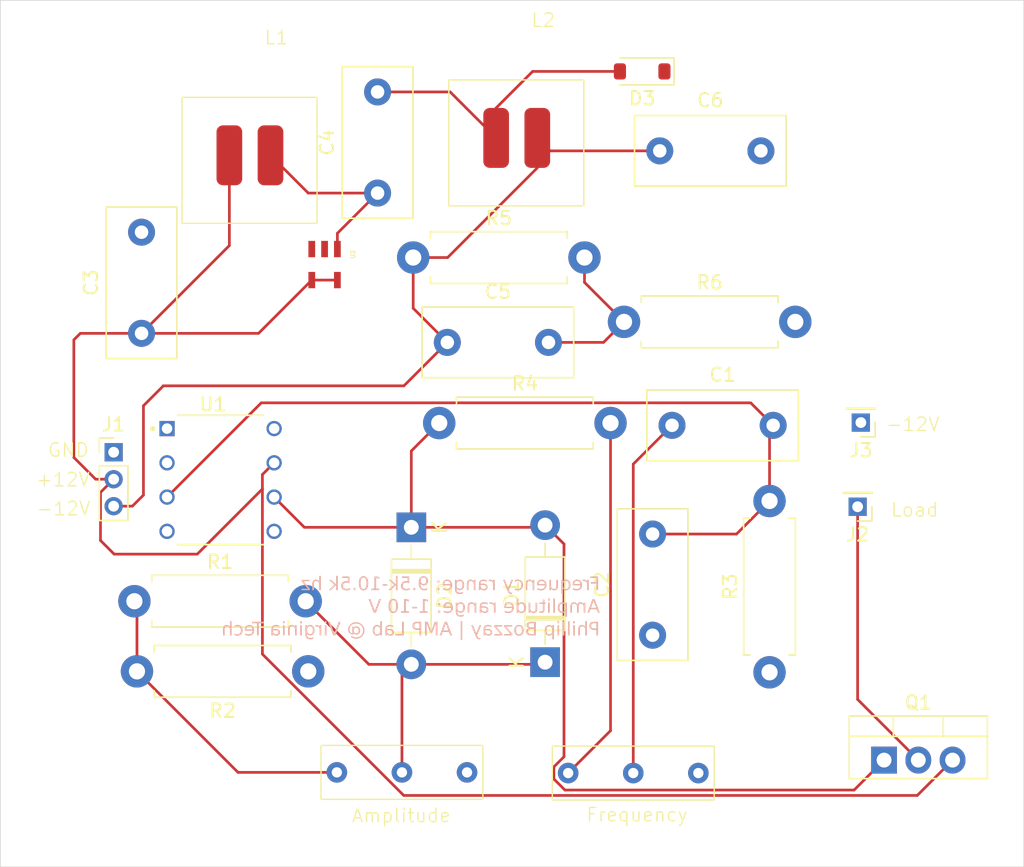
<source format=kicad_pcb>
(kicad_pcb (version 20240108) (generator "pcbnew") (generator_version "8.0")
  (layers (0 "F.Cu" signal) (31 "B.Cu" signal) (34 "B.Paste" user) (35 "F.Paste" user) (36 "B.SilkS" user "B.Silkscreen") (37 "F.SilkS" user "F.Silkscreen") (38 "B.Mask" user) (39 "F.Mask" user) (44 "Edge.Cuts" user))
  (net 0 "")
  (net 1 "Net-(C1-Pad2)")
  (net 2 "Net-(C1-Pad1)")
  (net 3 "GND")
  (net 4 "Net-(D1-K)")
  (net 5 "Net-(D1-A)")
  (net 6 "Net-(J2-Pin_1)")
  (net 7 "Net-(R1-Pad1)")
  (net 8 "Net-(R4-Pad2)")
  (net 12 "Net-(J1-Pin_2)")
  (net 13 "Net-(D3-A)")
  (net 14 "Net-(U2-SW)")
  (net 15 "Net-(U2-NFB)")
  (net 16 "Net-(J1-Pin_3)")
  (footprint "Resistor_THT:R_Axial_DIN0411_L9.9mm_D3.6mm_P12.70mm_Horizontal" (layer "F.Cu") (at 162.42 42.14)
    (property "Reference" "R5" (at 6.35 -2.92 0) (layer "F.SilkS"))
    (property "Value" "80.5k")
    (fp_line (start 1.28 -1.92) (end 11.42 -1.92) (stroke (width 0.12)) (layer "F.SilkS"))
    (fp_line (start 1.28 -1.44) (end 1.28 -1.92) (stroke (width 0.12)) (layer "F.SilkS"))
    (fp_line (start 1.28 1.44) (end 1.28 1.92) (stroke (width 0.12)) (layer "F.SilkS"))
    (fp_line (start 1.28 1.92) (end 11.42 1.92) (stroke (width 0.12)) (layer "F.SilkS"))
    (fp_line (start 11.42 -1.92) (end 11.42 -1.44) (stroke (width 0.12)) (layer "F.SilkS"))
    (fp_line (start 11.42 1.92) (end 11.42 1.44) (stroke (width 0.12)) (layer "F.SilkS"))
    (pad "1" thru_hole circle (at 0 0) (size 2.4 2.4) (drill 1.2) (layers "*.Cu" "*.Mask") (net 16 "Net-(J1-Pin_3)"))
    (pad "2" thru_hole oval (at 12.7 0) (size 2.4 2.4) (drill 1.2) (layers "*.Cu" "*.Mask") (net 15 "Net-(U2-NFB)"))
  )
  (footprint "Resistor_THT:R_Axial_DIN0411_L9.9mm_D3.6mm_P12.70mm_Horizontal" (layer "F.Cu") (at 164.35 54.41)
    (property "Reference" "R4" (at 6.35 -2.92 0) (layer "F.SilkS"))
    (property "Value" "1.6k")
    (fp_line (start 1.28 -1.92) (end 11.42 -1.92) (stroke (width 0.12)) (layer "F.SilkS"))
    (fp_line (start 1.28 -1.44) (end 1.28 -1.92) (stroke (width 0.12)) (layer "F.SilkS"))
    (fp_line (start 1.28 1.44) (end 1.28 1.92) (stroke (width 0.12)) (layer "F.SilkS"))
    (fp_line (start 1.28 1.92) (end 11.42 1.92) (stroke (width 0.12)) (layer "F.SilkS"))
    (fp_line (start 11.42 -1.92) (end 11.42 -1.44) (stroke (width 0.12)) (layer "F.SilkS"))
    (fp_line (start 11.42 1.92) (end 11.42 1.44) (stroke (width 0.12)) (layer "F.SilkS"))
    (pad "1" thru_hole circle (at 0 0) (size 2.4 2.4) (drill 1.2) (layers "*.Cu" "*.Mask") (net 5 "Net-(D1-A)"))
    (pad "2" thru_hole oval (at 12.7 0) (size 2.4 2.4) (drill 1.2) (layers "*.Cu" "*.Mask") (net 8 "Net-(R4-Pad2)"))
  )
  (footprint "Diode_SMD:D_SOD-123" (layer "F.Cu") (at 179.3975 28.34 180)
    (property "Reference" "D3" (at 0 -2 0) (layer "F.SilkS"))
    (property "Value" "MBR0520")
    (fp_line (start -2.36 1) (end 1.65 1) (stroke (width 0.12)) (layer "F.SilkS"))
    (fp_line (start -2.36 -1) (end 1.65 -1) (stroke (width 0.12)) (layer "F.SilkS"))
    (fp_line (start -2.36 -1) (end -2.36 1) (stroke (width 0.12)) (layer "F.SilkS"))
    (pad "1" smd roundrect (at -1.65 0 180) (size 0.9 1.2) (layers "F.Cu" "F.Paste" "F.Mask") (net 3 "GND"))
    (pad "2" smd roundrect (at 1.65 0 180) (size 0.9 1.2) (layers "F.Cu" "F.Paste" "F.Mask") (net 13 "Net-(D3-A)"))
  )
  (footprint "Capacitor_THT:C_Disc_D11.0mm_W5.0mm_P7.50mm" (layer "F.Cu") (at 180.7 34.23)
    (property "Reference" "C6" (at 3.75 -3.75 0) (layer "F.SilkS"))
    (property "Value" "10u")
    (fp_line (start -1.87 -2.62) (end -1.87 2.62) (stroke (width 0.12)) (layer "F.SilkS"))
    (fp_line (start -1.87 -2.62) (end 9.37 -2.62) (stroke (width 0.12)) (layer "F.SilkS"))
    (fp_line (start -1.87 2.62) (end 9.37 2.62) (stroke (width 0.12)) (layer "F.SilkS"))
    (fp_line (start 9.37 -2.62) (end 9.37 2.62) (stroke (width 0.12)) (layer "F.SilkS"))
    (pad "1" thru_hole circle (at 0 0) (size 2 2) (drill 1) (layers "*.Cu" "*.Mask") (net 16 "Net-(J1-Pin_3)"))
    (pad "2" thru_hole circle (at 7.5 0) (size 2 2) (drill 1) (layers "*.Cu" "*.Mask") (net 3 "GND"))
  )
  (footprint "Resistor_THT:R_Axial_DIN0411_L9.9mm_D3.6mm_P12.70mm_Horizontal" (layer "F.Cu") (at 154.64 72.82 180)
    (property "Reference" "R2" (at 6.35 -2.92 0) (layer "F.SilkS"))
    (property "Value" "2.7k")
    (fp_line (start 11.42 1.92) (end 11.42 1.44) (stroke (width 0.12)) (layer "F.SilkS"))
    (fp_line (start 11.42 -1.92) (end 11.42 -1.44) (stroke (width 0.12)) (layer "F.SilkS"))
    (fp_line (start 1.28 1.92) (end 11.42 1.92) (stroke (width 0.12)) (layer "F.SilkS"))
    (fp_line (start 1.28 1.44) (end 1.28 1.92) (stroke (width 0.12)) (layer "F.SilkS"))
    (fp_line (start 1.28 -1.44) (end 1.28 -1.92) (stroke (width 0.12)) (layer "F.SilkS"))
    (fp_line (start 1.28 -1.92) (end 11.42 -1.92) (stroke (width 0.12)) (layer "F.SilkS"))
    (pad "1" thru_hole circle (at 0 0 180) (size 2.4 2.4) (drill 1.2) (layers "*.Cu" "*.Mask") (net 3 "GND"))
    (pad "2" thru_hole oval (at 12.7 0 180) (size 2.4 2.4) (drill 1.2) (layers "*.Cu" "*.Mask") (net 7 "Net-(R1-Pad1)"))
  )
  (footprint "Capacitor_THT:C_Disc_D11.0mm_W5.0mm_P7.50mm" (layer "F.Cu") (at 181.61 54.58)
    (property "Reference" "C1" (at 3.75 -3.75 0) (layer "F.SilkS"))
    (property "Value" "10n")
    (fp_line (start -1.87 -2.62) (end -1.87 2.62) (stroke (width 0.12)) (layer "F.SilkS"))
    (fp_line (start -1.87 -2.62) (end 9.37 -2.62) (stroke (width 0.12)) (layer "F.SilkS"))
    (fp_line (start -1.87 2.62) (end 9.37 2.62) (stroke (width 0.12)) (layer "F.SilkS"))
    (fp_line (start 9.37 -2.62) (end 9.37 2.62) (stroke (width 0.12)) (layer "F.SilkS"))
    (pad "1" thru_hole circle (at 0 0) (size 2 2) (drill 1) (layers "*.Cu" "*.Mask") (net 2 "Net-(C1-Pad1)"))
    (pad "2" thru_hole circle (at 7.5 0) (size 2 2) (drill 1) (layers "*.Cu" "*.Mask") (net 1 "Net-(C1-Pad2)"))
  )
  (footprint "phil_pot:phil_pot" (layer "F.Cu") (at 178.736 80.36)
    (property "Reference" "RV2" (hide yes))
    (property "Value" "1k" (hide yes))
    (fp_rect (start -6 -2) (end 6 2) (stroke (width 0.1)) (fill none) (layer "F.SilkS"))
    (pad "1" thru_hole circle (at 4.826 0) (size 1.524 1.524) (drill 0.762) (layers "*.Cu" "*.Mask"))
    (pad "2" thru_hole circle (at 0 0) (size 1.524 1.524) (drill 0.762) (layers "*.Cu" "*.Mask") (net 2 "Net-(C1-Pad1)"))
    (pad "3" thru_hole circle (at -4.826 0) (size 1.524 1.524) (drill 0.762) (layers "*.Cu" "*.Mask") (net 8 "Net-(R4-Pad2)"))
  )
  (footprint "Connector_PinHeader_2.00mm:PinHeader_1x01_P2.00mm_Vertical" (layer "F.Cu") (at 195.37 60.615 180)
    (property "Reference" "J2" (at 0 -2.06 180) (layer "F.SilkS"))
    (property "Value" "Conn_01x01_Socket")
    (fp_line (start 1.06 1) (end 1.06 1.06) (stroke (width 0.12)) (layer "F.SilkS"))
    (fp_line (start -1.06 1.06) (end 1.06 1.06) (stroke (width 0.12)) (layer "F.SilkS"))
    (fp_line (start -1.06 1) (end 1.06 1) (stroke (width 0.12)) (layer "F.SilkS"))
    (fp_line (start -1.06 1) (end -1.06 1.06) (stroke (width 0.12)) (layer "F.SilkS"))
    (fp_line (start -1.06 0) (end -1.06 -1.06) (stroke (width 0.12)) (layer "F.SilkS"))
    (fp_line (start -1.06 -1.06) (end 0 -1.06) (stroke (width 0.12)) (layer "F.SilkS"))
    (pad "1" thru_hole rect (at 0 0 180) (size 1.35 1.35) (drill 0.8) (layers "*.Cu" "*.Mask") (net 6 "Net-(J2-Pin_1)"))
  )
  (footprint "Package_TO_SOT_THT:TO-220-3_Vertical" (layer "F.Cu") (at 197.33 79.4)
    (property "Reference" "Q1" (at 2.54 -4.27 0) (layer "F.SilkS"))
    (property "Value" "TIP41")
    (fp_line (start -2.58 -3.27) (end -2.58 1.371) (stroke (width 0.12)) (layer "F.SilkS"))
    (fp_line (start -2.58 -3.27) (end 7.66 -3.27) (stroke (width 0.12)) (layer "F.SilkS"))
    (fp_line (start -2.58 -1.76) (end 7.66 -1.76) (stroke (width 0.12)) (layer "F.SilkS"))
    (fp_line (start -2.58 1.371) (end 7.66 1.371) (stroke (width 0.12)) (layer "F.SilkS"))
    (fp_line (start 0.69 -3.27) (end 0.69 -1.76) (stroke (width 0.12)) (layer "F.SilkS"))
    (fp_line (start 4.391 -3.27) (end 4.391 -1.76) (stroke (width 0.12)) (layer "F.SilkS"))
    (fp_line (start 7.66 -3.27) (end 7.66 1.371) (stroke (width 0.12)) (layer "F.SilkS"))
    (pad "1" thru_hole rect (at 0 0) (size 1.905 2) (drill 1.1) (layers "*.Cu" "*.Mask") (net 5 "Net-(D1-A)"))
    (pad "2" thru_hole oval (at 2.54 0) (size 1.905 2) (drill 1.1) (layers "*.Cu" "*.Mask") (net 6 "Net-(J2-Pin_1)"))
    (pad "3" thru_hole oval (at 5.08 0) (size 1.905 2) (drill 1.1) (layers "*.Cu" "*.Mask") (net 12 "Net-(J1-Pin_2)"))
  )
  (footprint "phil_pot:phil_pot" (layer "F.Cu") (at 161.586 80.31 180)
    (property "Reference" "RV1" (hide yes))
    (property "Value" "100k")
    (fp_rect (start -6 -2) (end 6 2) (stroke (width 0.1)) (fill none) (layer "F.SilkS"))
    (pad "1" thru_hole circle (at 4.826 0 180) (size 1.524 1.524) (drill 0.762) (layers "*.Cu" "*.Mask") (net 7 "Net-(R1-Pad1)"))
    (pad "2" thru_hole circle (at 0 0 180) (size 1.524 1.524) (drill 0.762) (layers "*.Cu" "*.Mask") (net 4 "Net-(D1-K)"))
    (pad "3" thru_hole circle (at -4.826 0 180) (size 1.524 1.524) (drill 0.762) (layers "*.Cu" "*.Mask") (net 3 "GND"))
  )
  (footprint "Capacitor_THT:C_Disc_D11.0mm_W5.0mm_P7.50mm" (layer "F.Cu") (at 164.95 48.43)
    (property "Reference" "C5" (at 3.75 -3.75 0) (layer "F.SilkS"))
    (property "Value" "68p")
    (fp_line (start -1.87 -2.62) (end -1.87 2.62) (stroke (width 0.12)) (layer "F.SilkS"))
    (fp_line (start -1.87 -2.62) (end 9.37 -2.62) (stroke (width 0.12)) (layer "F.SilkS"))
    (fp_line (start -1.87 2.62) (end 9.37 2.62) (stroke (width 0.12)) (layer "F.SilkS"))
    (fp_line (start 9.37 -2.62) (end 9.37 2.62) (stroke (width 0.12)) (layer "F.SilkS"))
    (pad "1" thru_hole circle (at 0 0) (size 2 2) (drill 1) (layers "*.Cu" "*.Mask") (net 16 "Net-(J1-Pin_3)"))
    (pad "2" thru_hole circle (at 7.5 0) (size 2 2) (drill 1) (layers "*.Cu" "*.Mask") (net 15 "Net-(U2-NFB)"))
  )
  (footprint "LF356N:DIP794W45P254L959H508Q8" (layer "F.Cu") (at 148.14 58.63)
    (property "Reference" "U1" (at -0.565 -5.607 0) (layer "F.SilkS"))
    (property "Value" "LF356N")
    (fp_line (start -3.175 -4.795) (end 3.175 -4.795) (stroke (width 0.127)) (layer "F.SilkS"))
    (fp_line (start -3.175 4.795) (end 3.175 4.795) (stroke (width 0.127)) (layer "F.SilkS"))
    (fp_circle (center -5.035 -3.81) (end -4.935 -3.81) (stroke (width 0.2)) (fill none) (layer "F.SilkS"))
    (pad "1" thru_hole rect (at -3.97 -3.81) (size 1.13 1.13) (drill 0.78) (layers "*.Cu" "*.Mask"))
    (pad "2" thru_hole circle (at -3.97 -1.27) (size 1.13 1.13) (drill 0.78) (layers "*.Cu" "*.Mask") (net 7 "Net-(R1-Pad1)"))
    (pad "3" thru_hole circle (at -3.97 1.27) (size 1.13 1.13) (drill 0.78) (layers "*.Cu" "*.Mask") (net 1 "Net-(C1-Pad2)"))
    (pad "4" thru_hole circle (at -3.97 3.81) (size 1.13 1.13) (drill 0.78) (layers "*.Cu" "*.Mask") (net 12 "Net-(J1-Pin_2)"))
    (pad "5" thru_hole circle (at 3.97 3.81) (size 1.13 1.13) (drill 0.78) (layers "*.Cu" "*.Mask"))
    (pad "6" thru_hole circle (at 3.97 1.27) (size 1.13 1.13) (drill 0.78) (layers "*.Cu" "*.Mask") (net 5 "Net-(D1-A)"))
    (pad "7" thru_hole circle (at 3.97 -1.27) (size 1.13 1.13) (drill 0.78) (layers "*.Cu" "*.Mask") (net 12 "Net-(J1-Pin_2)"))
    (pad "8" thru_hole circle (at 3.97 -3.81) (size 1.13 1.13) (drill 0.78) (layers "*.Cu" "*.Mask"))
  )
  (footprint "Capacitor_THT:C_Disc_D11.0mm_W5.0mm_P7.50mm" (layer "F.Cu") (at 180.17 70.14 90)
    (property "Reference" "C2" (at 3.75 -3.75 90) (layer "F.SilkS"))
    (property "Value" "10n")
    (fp_line (start 9.37 -2.62) (end 9.37 2.62) (stroke (width 0.12)) (layer "F.SilkS"))
    (fp_line (start -1.87 -2.62) (end 9.37 -2.62) (stroke (width 0.12)) (layer "F.SilkS"))
    (fp_line (start -1.87 -2.62) (end -1.87 2.62) (stroke (width 0.12)) (layer "F.SilkS"))
    (fp_line (start -1.87 2.62) (end 9.37 2.62) (stroke (width 0.12)) (layer "F.SilkS"))
    (pad "1" thru_hole circle (at 0 0 90) (size 2 2) (drill 1) (layers "*.Cu" "*.Mask") (net 3 "GND"))
    (pad "2" thru_hole circle (at 7.5 0 90) (size 2 2) (drill 1) (layers "*.Cu" "*.Mask") (net 1 "Net-(C1-Pad2)"))
  )
  (footprint "Connector_PinHeader_2.00mm:PinHeader_1x01_P2.00mm_Vertical" (layer "F.Cu") (at 195.61 54.375 180)
    (property "Reference" "J3" (at 0 -2.06 180) (layer "F.SilkS"))
    (property "Value" "Conn_01x01_Socket")
    (fp_line (start 1.06 1) (end 1.06 1.06) (stroke (width 0.12)) (layer "F.SilkS"))
    (fp_line (start -1.06 1.06) (end 1.06 1.06) (stroke (width 0.12)) (layer "F.SilkS"))
    (fp_line (start -1.06 1) (end 1.06 1) (stroke (width 0.12)) (layer "F.SilkS"))
    (fp_line (start -1.06 1) (end -1.06 1.06) (stroke (width 0.12)) (layer "F.SilkS"))
    (fp_line (start -1.06 0) (end -1.06 -1.06) (stroke (width 0.12)) (layer "F.SilkS"))
    (fp_line (start -1.06 -1.06) (end 0 -1.06) (stroke (width 0.12)) (layer "F.SilkS"))
    (pad "1" thru_hole rect (at 0 0 180) (size 1.35 1.35) (drill 0.8) (layers "*.Cu" "*.Mask") (net 3 "GND"))
  )
  (footprint "Connector_PinHeader_2.00mm:PinHeader_1x03_P2.00mm_Vertical" (layer "F.Cu") (at 140.21 56.575)
    (property "Reference" "J1" (at 0 -2.06 0) (layer "F.SilkS"))
    (property "Value" "Conn_01x03_Socket" (hide yes))
    (fp_line (start -1.06 -1.06) (end 0 -1.06) (stroke (width 0.12)) (layer "F.SilkS"))
    (fp_line (start -1.06 0) (end -1.06 -1.06) (stroke (width 0.12)) (layer "F.SilkS"))
    (fp_line (start -1.06 1) (end -1.06 5.06) (stroke (width 0.12)) (layer "F.SilkS"))
    (fp_line (start -1.06 1) (end 1.06 1) (stroke (width 0.12)) (layer "F.SilkS"))
    (fp_line (start -1.06 5.06) (end 1.06 5.06) (stroke (width 0.12)) (layer "F.SilkS"))
    (fp_line (start 1.06 1) (end 1.06 5.06) (stroke (width 0.12)) (layer "F.SilkS"))
    (pad "1" thru_hole rect (at 0 0) (size 1.35 1.35) (drill 0.8) (layers "*.Cu" "*.Mask") (net 3 "GND"))
    (pad "2" thru_hole oval (at 0 2) (size 1.35 1.35) (drill 0.8) (layers "*.Cu" "*.Mask") (net 12 "Net-(J1-Pin_2)"))
    (pad "3" thru_hole oval (at 0 4) (size 1.35 1.35) (drill 0.8) (layers "*.Cu" "*.Mask") (net 16 "Net-(J1-Pin_3)"))
  )
  (footprint "Diode_THT:D_DO-41_SOD81_P10.16mm_Horizontal" (layer "F.Cu") (at 162.28 62.14 -90)
    (property "Reference" "D2" (at 5.08 -2.47 90) (layer "F.SilkS"))
    (property "Value" "1N4001")
    (fp_line (start 2.36 1.47) (end 7.8 1.47) (stroke (width 0.12)) (layer "F.SilkS"))
    (fp_line (start 7.8 1.47) (end 7.8 -1.47) (stroke (width 0.12)) (layer "F.SilkS"))
    (fp_line (start 1.34 0) (end 2.36 0) (stroke (width 0.12)) (layer "F.SilkS"))
    (fp_line (start 8.82 0) (end 7.8 0) (stroke (width 0.12)) (layer "F.SilkS"))
    (fp_line (start 2.36 -1.47) (end 2.36 1.47) (stroke (width 0.12)) (layer "F.SilkS"))
    (fp_line (start 3.14 -1.47) (end 3.14 1.47) (stroke (width 0.12)) (layer "F.SilkS"))
    (fp_line (start 3.26 -1.47) (end 3.26 1.47) (stroke (width 0.12)) (layer "F.SilkS"))
    (fp_line (start 3.38 -1.47) (end 3.38 1.47) (stroke (width 0.12)) (layer "F.SilkS"))
    (fp_line (start 7.8 -1.47) (end 2.36 -1.47) (stroke (width 0.12)) (layer "F.SilkS"))
    (fp_text user "K" (at 0 -2.1 90) (layer "F.SilkS"))
    (pad "1" thru_hole rect (at 0 0 270) (size 2.2 2.2) (drill 1.1) (layers "*.Cu" "*.Mask") (net 5 "Net-(D1-A)"))
    (pad "2" thru_hole oval (at 10.16 0 270) (size 2.2 2.2) (drill 1.1) (layers "*.Cu" "*.Mask") (net 4 "Net-(D1-K)"))
  )
  (footprint "Resistor_THT:R_Axial_DIN0411_L9.9mm_D3.6mm_P12.70mm_Horizontal" (layer "F.Cu") (at 188.84 72.89 90)
    (property "Reference" "R3" (at 6.35 -2.92 90) (layer "F.SilkS"))
    (property "Value" "1.6k")
    (fp_line (start 11.42 -1.92) (end 11.42 -1.44) (stroke (width 0.12)) (layer "F.SilkS"))
    (fp_line (start 1.28 -1.92) (end 11.42 -1.92) (stroke (width 0.12)) (layer "F.SilkS"))
    (fp_line (start 1.28 -1.44) (end 1.28 -1.92) (stroke (width 0.12)) (layer "F.SilkS"))
    (fp_line (start 1.28 1.44) (end 1.28 1.92) (stroke (width 0.12)) (layer "F.SilkS"))
    (fp_line (start 11.42 1.92) (end 11.42 1.44) (stroke (width 0.12)) (layer "F.SilkS"))
    (fp_line (start 1.28 1.92) (end 11.42 1.92) (stroke (width 0.12)) (layer "F.SilkS"))
    (pad "1" thru_hole circle (at 0 0 90) (size 2.4 2.4) (drill 1.2) (layers "*.Cu" "*.Mask") (net 3 "GND"))
    (pad "2" thru_hole oval (at 12.7 0 90) (size 2.4 2.4) (drill 1.2) (layers "*.Cu" "*.Mask") (net 1 "Net-(C1-Pad2)"))
  )
  (footprint "Capacitor_THT:C_Disc_D11.0mm_W5.0mm_P7.50mm" (layer "F.Cu") (at 159.78 37.36 90)
    (property "Reference" "C4" (at 3.75 -3.75 90) (layer "F.SilkS"))
    (property "Value" "1u")
    (fp_line (start 9.37 -2.62) (end 9.37 2.62) (stroke (width 0.12)) (layer "F.SilkS"))
    (fp_line (start -1.87 -2.62) (end 9.37 -2.62) (stroke (width 0.12)) (layer "F.SilkS"))
    (fp_line (start -1.87 -2.62) (end -1.87 2.62) (stroke (width 0.12)) (layer "F.SilkS"))
    (fp_line (start -1.87 2.62) (end 9.37 2.62) (stroke (width 0.12)) (layer "F.SilkS"))
    (pad "1" thru_hole circle (at 0 0 90) (size 2 2) (drill 1) (layers "*.Cu" "*.Mask") (net 14 "Net-(U2-SW)"))
    (pad "2" thru_hole circle (at 7.5 0 90) (size 2 2) (drill 1) (layers "*.Cu" "*.Mask") (net 13 "Net-(D3-A)"))
  )
  (footprint "Diode_THT:D_DO-41_SOD81_P10.16mm_Horizontal" (layer "F.Cu") (at 172.2 72.14 90)
    (property "Reference" "D1" (at 5.08 -2.47 90) (layer "F.SilkS"))
    (property "Value" "1N4001")
    (fp_line (start 7.8 -1.47) (end 2.36 -1.47) (stroke (width 0.12)) (layer "F.SilkS"))
    (fp_line (start 3.38 -1.47) (end 3.38 1.47) (stroke (width 0.12)) (layer "F.SilkS"))
    (fp_line (start 3.26 -1.47) (end 3.26 1.47) (stroke (width 0.12)) (layer "F.SilkS"))
    (fp_line (start 3.14 -1.47) (end 3.14 1.47) (stroke (width 0.12)) (layer "F.SilkS"))
    (fp_line (start 2.36 -1.47) (end 2.36 1.47) (stroke (width 0.12)) (layer "F.SilkS"))
    (fp_line (start 8.82 0) (end 7.8 0) (stroke (width 0.12)) (layer "F.SilkS"))
    (fp_line (start 1.34 0) (end 2.36 0) (stroke (width 0.12)) (layer "F.SilkS"))
    (fp_line (start 7.8 1.47) (end 7.8 -1.47) (stroke (width 0.12)) (layer "F.SilkS"))
    (fp_line (start 2.36 1.47) (end 7.8 1.47) (stroke (width 0.12)) (layer "F.SilkS"))
    (fp_text user "K" (at 0 -2.1 90) (layer "F.SilkS"))
    (pad "1" thru_hole rect (at 0 0 90) (size 2.2 2.2) (drill 1.1) (layers "*.Cu" "*.Mask") (net 4 "Net-(D1-K)"))
    (pad "2" thru_hole oval (at 10.16 0 90) (size 2.2 2.2) (drill 1.1) (layers "*.Cu" "*.Mask") (net 5 "Net-(D1-A)"))
  )
  (footprint "Resistor_THT:R_Axial_DIN0411_L9.9mm_D3.6mm_P12.70mm_Horizontal" (layer "F.Cu") (at 141.75 67.62)
    (property "Reference" "R1" (at 6.35 -2.92 0) (layer "F.SilkS"))
    (property "Value" "5.6k")
    (fp_line (start 1.28 -1.92) (end 11.42 -1.92) (stroke (width 0.12)) (layer "F.SilkS"))
    (fp_line (start 1.28 -1.44) (end 1.28 -1.92) (stroke (width 0.12)) (layer "F.SilkS"))
    (fp_line (start 1.28 1.44) (end 1.28 1.92) (stroke (width 0.12)) (layer "F.SilkS"))
    (fp_line (start 1.28 1.92) (end 11.42 1.92) (stroke (width 0.12)) (layer "F.SilkS"))
    (fp_line (start 11.42 -1.92) (end 11.42 -1.44) (stroke (width 0.12)) (layer "F.SilkS"))
    (fp_line (start 11.42 1.92) (end 11.42 1.44) (stroke (width 0.12)) (layer "F.SilkS"))
    (pad "1" thru_hole circle (at 0 0) (size 2.4 2.4) (drill 1.2) (layers "*.Cu" "*.Mask") (net 7 "Net-(R1-Pad1)"))
    (pad "2" thru_hole oval (at 12.7 0) (size 2.4 2.4) (drill 1.2) (layers "*.Cu" "*.Mask") (net 4 "Net-(D1-K)"))
  )
  (footprint "Custom:Inductor_CR43NP" (layer "F.Cu") (at 152.28 26.33)
    (property "Reference" "L1" (at 0 -0.5 0) (layer "F.SilkS") (effects (font (thickness 0.1))))
    (property "Value" "10u")
    (fp_rect (start -7 3.93) (end 3.01 13.27) (stroke (width 0.1)) (fill none) (layer "F.SilkS"))
    (pad "1" smd roundrect (at -3.49 8.23 180) (size 1.905 4.445) (layers "F.Cu" "F.Paste" "F.Mask") (net 12 "Net-(J1-Pin_2)"))
    (pad "2" smd roundrect (at -0.44 8.23 180) (size 1.905 4.445) (layers "F.Cu" "F.Paste" "F.Mask") (net 14 "Net-(U2-SW)"))
  )
  (footprint "Capacitor_THT:C_Disc_D11.0mm_W5.0mm_P7.50mm" (layer "F.Cu") (at 142.28 47.76 90)
    (property "Reference" "C3" (at 3.75 -3.75 90) (layer "F.SilkS"))
    (property "Value" "4.7u")
    (fp_line (start 9.37 -2.62) (end 9.37 2.62) (stroke (width 0.12)) (layer "F.SilkS"))
    (fp_line (start -1.87 -2.62) (end 9.37 -2.62) (stroke (width 0.12)) (layer "F.SilkS"))
    (fp_line (start -1.87 -2.62) (end -1.87 2.62) (stroke (width 0.12)) (layer "F.SilkS"))
    (fp_line (start -1.87 2.62) (end 9.37 2.62) (stroke (width 0.12)) (layer "F.SilkS"))
    (pad "1" thru_hole circle (at 0 0 90) (size 2 2) (drill 1) (layers "*.Cu" "*.Mask") (net 12 "Net-(J1-Pin_2)"))
    (pad "2" thru_hole circle (at 7.5 0 90) (size 2 2) (drill 1) (layers "*.Cu" "*.Mask") (net 3 "GND"))
  )
  (footprint "Custom:Inductor_CR43NP" (layer "F.Cu") (at 172.06 25.04)
    (property "Reference" "L2" (at 0 -0.5 0) (layer "F.SilkS") (effects (font (thickness 0.1))))
    (property "Value" "10u")
    (fp_rect (start -7 3.93) (end 3.01 13.27) (stroke (width 0.1)) (fill none) (layer "F.SilkS"))
    (pad "1" smd roundrect (at -3.49 8.23 180) (size 1.905 4.445) (layers "F.Cu" "F.Paste" "F.Mask") (net 13 "Net-(D3-A)"))
    (pad "2" smd roundrect (at -0.44 8.23 180) (size 1.905 4.445) (layers "F.Cu" "F.Paste" "F.Mask") (net 16 "Net-(J1-Pin_3)"))
  )
  (footprint "LT1931AES5TRMPBF:SOT-5_S" (layer "F.Cu") (at 155.85 42.66 -90)
    (property "Reference" "U2" (at -0.7556 -2.1004 90) (layer "F.SilkS") (effects (font (size 0.314961 0.314961))))
    (property "Value" "LT1931AES5TRMPBF")
    (pad "1" smd rect (at -1.15 -0.95 270) (size 1.2112 0.5008) (layers "F.Cu" "F.Paste" "F.Mask") (net 14 "Net-(U2-SW)"))
    (pad "2" smd rect (at -1.15 0 270) (size 1.2112 0.5008) (layers "F.Cu" "F.Paste" "F.Mask") (net 3 "GND"))
    (pad "3" smd rect (at -1.15 0.95 270) (size 1.2112 0.5008) (layers "F.Cu" "F.Paste" "F.Mask") (net 15 "Net-(U2-NFB)"))
    (pad "4" smd rect (at 1.15 0.95 270) (size 1.2112 0.5008) (layers "F.Cu" "F.Paste" "F.Mask") (net 12 "Net-(J1-Pin_2)"))
    (pad "5" smd rect (at 1.15 -0.95 270) (size 1.2112 0.5008) (layers "F.Cu" "F.Paste" "F.Mask") (net 12 "Net-(J1-Pin_2)"))
  )
  (footprint "Resistor_THT:R_Axial_DIN0411_L9.9mm_D3.6mm_P12.70mm_Horizontal" (layer "F.Cu") (at 178.05 46.91)
    (property "Reference" "R6" (at 6.35 -2.92 0) (layer "F.SilkS"))
    (property "Value" "10k")
    (fp_line (start 1.28 -1.92) (end 11.42 -1.92) (stroke (width 0.12)) (layer "F.SilkS"))
    (fp_line (start 1.28 -1.44) (end 1.28 -1.92) (stroke (width 0.12)) (layer "F.SilkS"))
    (fp_line (start 1.28 1.44) (end 1.28 1.92) (stroke (width 0.12)) (layer "F.SilkS"))
    (fp_line (start 1.28 1.92) (end 11.42 1.92) (stroke (width 0.12)) (layer "F.SilkS"))
    (fp_line (start 11.42 -1.92) (end 11.42 -1.44) (stroke (width 0.12)) (layer "F.SilkS"))
    (fp_line (start 11.42 1.92) (end 11.42 1.44) (stroke (width 0.12)) (layer "F.SilkS"))
    (pad "1" thru_hole circle (at 0 0) (size 2.4 2.4) (drill 1.2) (layers "*.Cu" "*.Mask") (net 15 "Net-(U2-NFB)"))
    (pad "2" thru_hole oval (at 12.7 0) (size 2.4 2.4) (drill 1.2) (layers "*.Cu" "*.Mask") (net 3 "GND"))
  )
  (gr_rect (start 131.81 23.07) (end 207.69 87.32) (stroke (width 0.05)) (fill none) (layer "Edge.Cuts"))
  (gr_text "Frequency range: 9.5k-10.5k hz\nAmplitude range: 1-10 V\nPhillip Bozzay | AMP Lab @ Virginia Tech" (at 176.27 70.33 0) (layer "B.SilkS") (effects (font (size 1 1) (thickness 0.1)) (justify left bottom mirror)))
  (gr_text "Amplitude\n" (at 157.8 84.09 0) (layer "F.SilkS") (effects (font (size 1 1) (thickness 0.1)) (justify left bottom)))
  (gr_text "GND\n" (at 135.27 57 0) (layer "F.SilkS") (effects (font (size 1 1) (thickness 0.1)) (justify left bottom)))
  (gr_text "-12V\n" (at 197.39 55.09 0) (layer "F.SilkS") (effects (font (size 1 1) (thickness 0.1)) (justify left bottom)))
  (gr_text "Frequency\n" (at 175.19 84.03 0) (layer "F.SilkS") (effects (font (size 1 1) (thickness 0.1)) (justify left bottom)))
  (gr_text "-12V\n" (at 134.43 61.34 0) (layer "F.SilkS") (effects (font (size 1 1) (thickness 0.1)) (justify left bottom)))
  (gr_text "Load\n" (at 197.77 61.43 0) (layer "F.SilkS") (effects (font (size 1 1) (thickness 0.1)) (justify left bottom)))
  (gr_text "+12V\n" (at 134.39 59.19 0) (layer "F.SilkS") (effects (font (size 1 1) (thickness 0.1)) (justify left bottom)))
  (segment (start 144.17 59.9) (end 151.16 52.91) (width 0.2) (layer "F.Cu") (net 1))
  (segment (start 187.44 52.91) (end 189.11 54.58) (width 0.2) (layer "F.Cu") (net 1))
  (segment (start 151.16 52.91) (end 187.44 52.91) (width 0.2) (layer "F.Cu") (net 1))
  (segment (start 180.17 62.64) (end 186.39 62.64) (width 0.2) (layer "F.Cu") (net 1))
  (segment (start 188.84 54.85) (end 189.11 54.58) (width 0.2) (layer "F.Cu") (net 1))
  (segment (start 188.84 60.19) (end 188.84 54.85) (width 0.2) (layer "F.Cu") (net 1))
  (segment (start 186.39 62.64) (end 188.84 60.19) (width 0.2) (layer "F.Cu") (net 1))
  (segment (start 181.61 54.58) (end 178.736 57.454) (width 0.2) (layer "F.Cu") (net 2))
  (segment (start 178.736 57.454) (end 178.736 80.36) (width 0.2) (layer "F.Cu") (net 2))
  (segment (start 161.586 72.994) (end 162.28 72.3) (width 0.2) (layer "F.Cu") (net 4))
  (segment (start 159.13 72.3) (end 154.45 67.62) (width 0.2) (layer "F.Cu") (net 4))
  (segment (start 162.28 72.3) (end 159.13 72.3) (width 0.2) (layer "F.Cu") (net 4))
  (segment (start 161.586 80.31) (end 161.586 72.994) (width 0.2) (layer "F.Cu") (net 4))
  (segment (start 172.04 72.3) (end 172.2 72.14) (width 0.2) (layer "F.Cu") (net 4))
  (segment (start 162.28 72.3) (end 172.04 72.3) (width 0.2) (layer "F.Cu") (net 4))
  (segment (start 172.2 61.98) (end 173.6 63.38) (width 0.2) (layer "F.Cu") (net 5))
  (segment (start 173.6 63.38) (end 173.6 79.15) (width 0.2) (layer "F.Cu") (net 5))
  (segment (start 152.11 59.9) (end 154.35 62.14) (width 0.2) (layer "F.Cu") (net 5))
  (segment (start 172.04 62.14) (end 172.2 61.98) (width 0.2) (layer "F.Cu") (net 5))
  (segment (start 164.35 54.41) (end 162.28 56.48) (width 0.2) (layer "F.Cu") (net 5))
  (segment (start 154.35 62.14) (end 162.28 62.14) (width 0.2) (layer "F.Cu") (net 5))
  (segment (start 173.6 79.15) (end 172.848 79.902) (width 0.2) (layer "F.Cu") (net 5))
  (segment (start 195.11 81.62) (end 197.33 79.4) (width 0.2) (layer "F.Cu") (net 5))
  (segment (start 162.28 62.14) (end 172.04 62.14) (width 0.2) (layer "F.Cu") (net 5))
  (segment (start 172.848 79.902) (end 172.848 80.799895) (width 0.2) (layer "F.Cu") (net 5))
  (segment (start 162.28 56.48) (end 162.28 62.14) (width 0.2) (layer "F.Cu") (net 5))
  (segment (start 173.668105 81.62) (end 195.11 81.62) (width 0.2) (layer "F.Cu") (net 5))
  (segment (start 172.848 80.799895) (end 173.668105 81.62) (width 0.2) (layer "F.Cu") (net 5))
  (segment (start 195.37 74.9) (end 199.87 79.4) (width 0.2) (layer "F.Cu") (net 6))
  (segment (start 195.37 60.615) (end 195.37 74.9) (width 0.2) (layer "F.Cu") (net 6))
  (segment (start 141.94 72.82) (end 141.94 67.81) (width 0.2) (layer "F.Cu") (net 7))
  (segment (start 141.94 67.81) (end 141.75 67.62) (width 0.2) (layer "F.Cu") (net 7))
  (segment (start 149.43 80.31) (end 141.94 72.82) (width 0.2) (layer "F.Cu") (net 7))
  (segment (start 156.76 80.31) (end 149.43 80.31) (width 0.2) (layer "F.Cu") (net 7))
  (segment (start 177.05 77.22) (end 173.91 80.36) (width 0.2) (layer "F.Cu") (net 8))
  (segment (start 177.05 54.41) (end 177.05 77.22) (width 0.2) (layer "F.Cu") (net 8))
  (segment (start 148.79 34.56) (end 148.79 41.25) (width 0.2) (layer "F.Cu") (net 12))
  (segment (start 202.41 79.4) (end 199.79 82.02) (width 0.2) (layer "F.Cu") (net 12))
  (segment (start 146.41 64.13) (end 151.21 59.33) (width 0.2) (layer "F.Cu") (net 12))
  (segment (start 151.24 59.33) (end 151.24 58.23) (width 0.2) (layer "F.Cu") (net 12))
  (segment (start 140.25 64.13) (end 146.41 64.13) (width 0.2) (layer "F.Cu") (net 12))
  (segment (start 199.79 82.02) (end 161.718679 82.02) (width 0.2) (layer "F.Cu") (net 12))
  (segment (start 137.74 47.76) (end 137.26 48.24) (width 0.2) (layer "F.Cu") (net 12))
  (segment (start 142.28 47.76) (end 137.74 47.76) (width 0.2) (layer "F.Cu") (net 12))
  (segment (start 139.235 63.115) (end 140.25 64.13) (width 0.2) (layer "F.Cu") (net 12))
  (segment (start 154.9 43.81) (end 156.8 43.81) (width 0.2) (layer "F.Cu") (net 12))
  (segment (start 138.875 58.575) (end 140.21 58.575) (width 0.2) (layer "F.Cu") (net 12))
  (segment (start 137.26 48.24) (end 137.26 56.96) (width 0.2) (layer "F.Cu") (net 12))
  (segment (start 161.718679 82.02) (end 151.24 71.541321) (width 0.2) (layer "F.Cu") (net 12))
  (segment (start 148.79 41.25) (end 142.28 47.76) (width 0.2) (layer "F.Cu") (net 12))
  (segment (start 140.21 58.575) (end 139.235 59.55) (width 0.2) (layer "F.Cu") (net 12))
  (segment (start 139.235 59.55) (end 139.235 63.115) (width 0.2) (layer "F.Cu") (net 12))
  (segment (start 150.95 47.76) (end 154.9 43.81) (width 0.2) (layer "F.Cu") (net 12))
  (segment (start 142.28 47.76) (end 150.95 47.76) (width 0.2) (layer "F.Cu") (net 12))
  (segment (start 151.24 71.541321) (end 151.24 59.33) (width 0.2) (layer "F.Cu") (net 12))
  (segment (start 137.26 56.96) (end 138.875 58.575) (width 0.2) (layer "F.Cu") (net 12))
  (segment (start 151.21 59.33) (end 151.24 59.33) (width 0.2) (layer "F.Cu") (net 12))
  (segment (start 151.24 58.23) (end 152.11 57.36) (width 0.2) (layer "F.Cu") (net 12))
  (segment (start 159.78 29.86) (end 165.16 29.86) (width 0.2) (layer "F.Cu") (net 13))
  (segment (start 171.2775 28.34) (end 177.7475 28.34) (width 0.2) (layer "F.Cu") (net 13))
  (segment (start 168.57 31.0475) (end 171.2775 28.34) (width 0.2) (layer "F.Cu") (net 13))
  (segment (start 165.16 29.86) (end 168.57 33.27) (width 0.2) (layer "F.Cu") (net 13))
  (segment (start 168.57 33.27) (end 168.57 31.0475) (width 0.2) (layer "F.Cu") (net 13))
  (segment (start 159.78 37.36) (end 156.8 40.34) (width 0.2) (layer "F.Cu") (net 14))
  (segment (start 151.84 34.56) (end 154.64 37.36) (width 0.2) (layer "F.Cu") (net 14))
  (segment (start 156.8 40.34) (end 156.8 41.51) (width 0.2) (layer "F.Cu") (net 14))
  (segment (start 154.64 37.36) (end 159.78 37.36) (width 0.2) (layer "F.Cu") (net 14))
  (segment (start 175.12 43.98) (end 178.05 46.91) (width 0.2) (layer "F.Cu") (net 15))
  (segment (start 154.9 41.51) (end 154.9 41.8652) (width 0.2) (layer "F.Cu") (net 15))
  (segment (start 175.12 42.14) (end 175.12 43.98) (width 0.2) (layer "F.Cu") (net 15))
  (segment (start 172.45 48.43) (end 176.53 48.43) (width 0.2) (layer "F.Cu") (net 15))
  (segment (start 176.53 48.43) (end 178.05 46.91) (width 0.2) (layer "F.Cu") (net 15))
  (segment (start 164.9725 42.14) (end 162.42 42.14) (width 0.2) (layer "F.Cu") (net 16))
  (segment (start 164.95 48.43) (end 162.42 45.9) (width 0.2) (layer "F.Cu") (net 16))
  (segment (start 172.58 34.23) (end 180.7 34.23) (width 0.2) (layer "F.Cu") (net 16))
  (segment (start 142.42 59.75) (end 142.42 53.13) (width 0.2) (layer "F.Cu") (net 16))
  (segment (start 171.62 33.27) (end 172.58 34.23) (width 0.2) (layer "F.Cu") (net 16))
  (segment (start 171.62 35.4925) (end 164.9725 42.14) (width 0.2) (layer "F.Cu") (net 16))
  (segment (start 161.73 51.65) (end 164.95 48.43) (width 0.2) (layer "F.Cu") (net 16))
  (segment (start 143.88 51.67) (end 143.88 51.65) (width 0.2) (layer "F.Cu") (net 16))
  (segment (start 141.595 60.575) (end 142.42 59.75) (width 0.2) (layer "F.Cu") (net 16))
  (segment (start 162.42 45.9) (end 162.42 42.14) (width 0.2) (layer "F.Cu") (net 16))
  (segment (start 143.88 51.65) (end 161.73 51.65) (width 0.2) (layer "F.Cu") (net 16))
  (segment (start 140.21 60.575) (end 141.595 60.575) (width 0.2) (layer "F.Cu") (net 16))
  (segment (start 171.62 33.27) (end 171.62 35.4925) (width 0.2) (layer "F.Cu") (net 16))
  (segment (start 142.42 53.13) (end 143.88 51.67) (width 0.2) (layer "F.Cu") (net 16))
)
</source>
